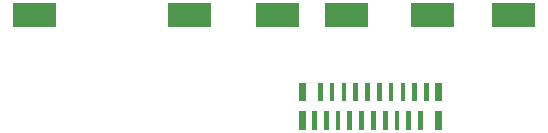
<source format=gbr>
G04 start of page 11 for group -4015 idx -4015 *
G04 Title: (unknown), toppaste *
G04 Creator: pcb 20110918 *
G04 CreationDate: Mon Sep 22 22:22:36 2014 UTC *
G04 For: fosse *
G04 Format: Gerber/RS-274X *
G04 PCB-Dimensions: 320000 125000 *
G04 PCB-Coordinate-Origin: lower left *
%MOIN*%
%FSLAX25Y25*%
%LNTOPPASTE*%
%ADD49R,0.0807X0.0807*%
%ADD48R,0.0236X0.0236*%
%ADD47R,0.0157X0.0157*%
%ADD46R,0.0158X0.0158*%
G54D46*X140717Y69062D02*Y64338D01*
X144654Y69062D02*Y64338D01*
X148591Y69062D02*Y64338D01*
X152528Y69062D02*Y64338D01*
X156465Y69062D02*Y64338D01*
X160402Y69062D02*Y64338D01*
X164339Y69062D02*Y64338D01*
X168276Y69062D02*Y64338D01*
X172213Y69062D02*Y64338D01*
X176150Y69062D02*Y64338D01*
G54D47*X138749Y59613D02*Y54888D01*
X142686Y59613D02*Y54888D01*
X146623Y59613D02*Y54888D01*
X150560Y59613D02*Y54888D01*
X154497Y59613D02*Y54888D01*
G54D46*X158434Y59613D02*Y54889D01*
X162371Y59613D02*Y54889D01*
X166308Y59613D02*Y54889D01*
X170245Y59613D02*Y54889D01*
X174182Y59613D02*Y54889D01*
G54D48*X180088Y68668D02*Y64731D01*
Y59219D02*Y55282D01*
X134812Y68668D02*Y64731D01*
Y59219D02*Y55282D01*
G54D49*X201850Y92500D02*X208149D01*
X123350D02*X129649D01*
X146350D02*X152649D01*
X93850D02*X100149D01*
X42350D02*X48649D01*
X174870Y92480D02*X181169D01*
M02*

</source>
